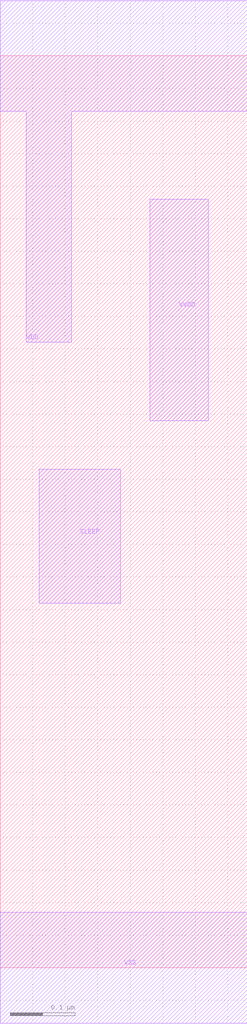
<source format=lef>
# 
# ******************************************************************************
# *                                                                            *
# *                   Copyright (C) 2004-2011, Nangate Inc.                    *
# *                           All rights reserved.                             *
# *                                                                            *
# * Nangate and the Nangate logo are trademarks of Nangate Inc.                *
# *                                                                            *
# * All trademarks, logos, software marks, and trade names (collectively the   *
# * "Marks") in this program are proprietary to Nangate or other respective    *
# * owners that have granted Nangate the right and license to use such Marks.  *
# * You are not permitted to use the Marks without the prior written consent   *
# * of Nangate or such third party that may own the Marks.                     *
# *                                                                            *
# * This file has been provided pursuant to a License Agreement containing     *
# * restrictions on its use. This file contains valuable trade secrets and     *
# * proprietary information of Nangate Inc., and is protected by U.S. and      *
# * international laws and/or treaties.                                        *
# *                                                                            *
# * The copyright notice(s) in this file does not indicate actual or intended  *
# * publication of this file.                                                  *
# *                                                                            *
# *     NGLibraryCreator, v2010.08-HR32-SP3-2010-08-05 - build 1009061800      *
# *                                                                            *
# ******************************************************************************
# 
# 
# Running on server08.nangate.com for user Giancarlo Franciscatto (gfr).
# Local time is now Thu, 6 Jan 2011, 18:10:28.
# Main process id is 3320.

VERSION 5.6 ;
BUSBITCHARS "[]" ;
DIVIDERCHAR "/" ;

MACRO HEADER_X2
  CLASS core ;
  FOREIGN HEADER_X2 0.0 0.0 ;
  ORIGIN 0 0 ;
  SYMMETRY X Y ;
  SITE FreePDK45_38x28_10R_NP_162NW_34O ;
  SIZE 0.38 BY 1.4 ;
  PIN SLEEP
    DIRECTION INPUT ;
    ANTENNAPARTIALMETALAREA 0.025625 LAYER metal1 ;
    ANTENNAPARTIALMETALSIDEAREA 0.0858 LAYER metal1 ;
    ANTENNAGATEAREA 0.0135 ;
    PORT
      LAYER metal1 ;
        POLYGON 0.06 0.56 0.185 0.56 0.185 0.765 0.06 0.765  ;
    END
  END SLEEP
  PIN VDD
    DIRECTION INOUT ;
    USE power ;
    SHAPE ABUTMENT ;
    PORT
      LAYER metal1 ;
        POLYGON 0 1.315 0.04 1.315 0.04 0.96 0.11 0.96 0.11 1.315 0.38 1.315 0.38 1.485 0 1.485  ;
    END
  END VDD
  PIN VSS
    DIRECTION INOUT ;
    USE ground ;
    SHAPE ABUTMENT ;
    PORT
      LAYER metal1 ;
        POLYGON 0 -0.085 0.38 -0.085 0.38 0.085 0 0.085  ;
    END
  END VSS
  PIN VVDD
    DIRECTION INOUT ;
    USE power ;
    SHAPE ABUTMENT ;
    PORT
      LAYER metal1 ;
        POLYGON 0.23 0.84 0.32 0.84 0.32 1.18 0.23 1.18  ;
    END
  END VVDD
END HEADER_X2

END LIBRARY
#
# End of file
#

</source>
